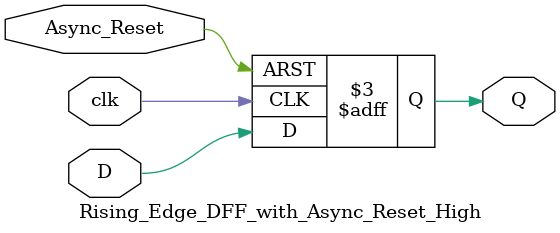
<source format=v>
module Rising_Edge_DFF_with_Async_Reset_High(
	input D,
	input Async_Reset,
	input clk,
	output reg Q
);

always @(posedge clk or posedge Async_Reset)
begin

	if(Async_Reset == 1'b1)
	
		Q <= 1'b0;
		
	else
	
		Q <= D;

end

endmodule

</source>
